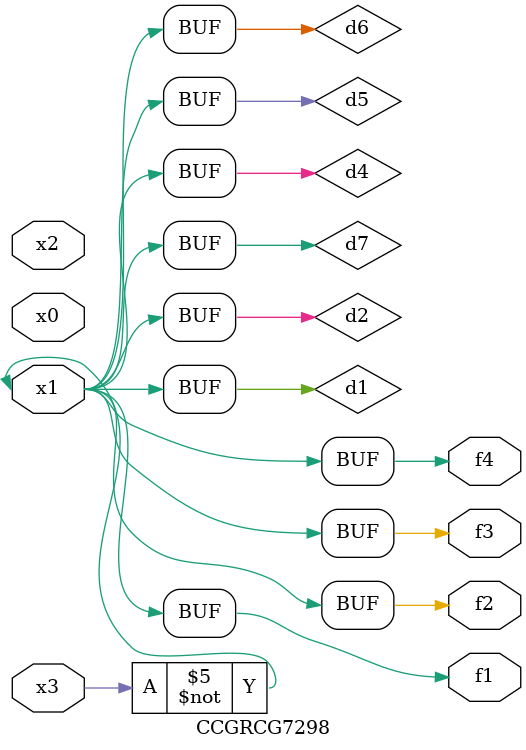
<source format=v>
module CCGRCG7298(
	input x0, x1, x2, x3,
	output f1, f2, f3, f4
);

	wire d1, d2, d3, d4, d5, d6, d7;

	not (d1, x3);
	buf (d2, x1);
	xnor (d3, d1, d2);
	nor (d4, d1);
	buf (d5, d1, d2);
	buf (d6, d4, d5);
	nand (d7, d4);
	assign f1 = d6;
	assign f2 = d7;
	assign f3 = d6;
	assign f4 = d6;
endmodule

</source>
